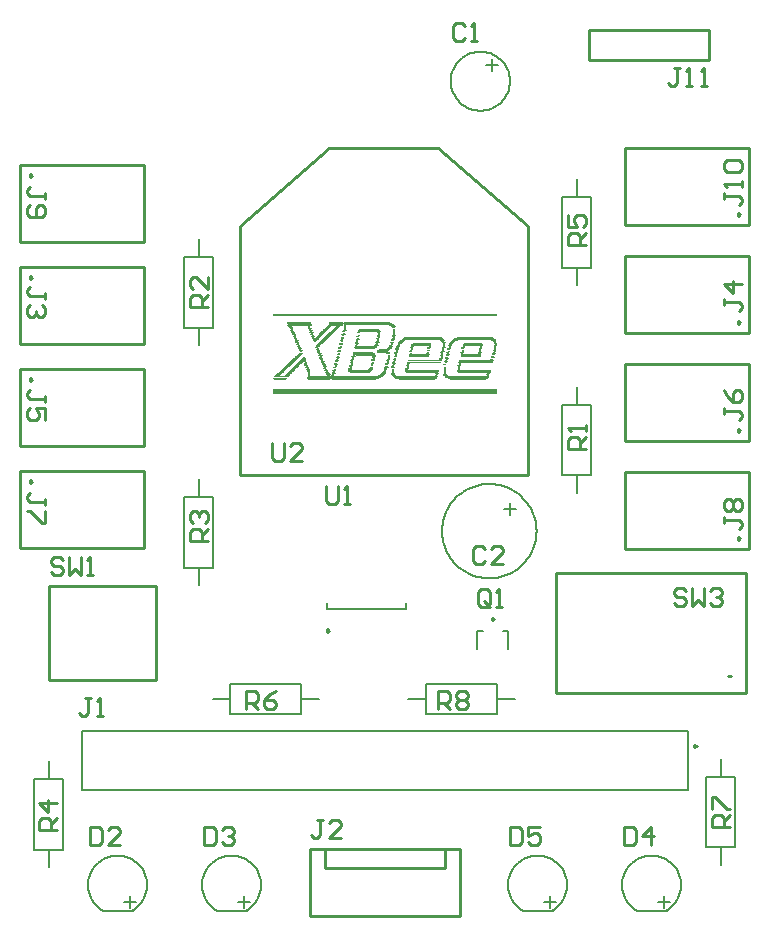
<source format=gto>
%FSLAX44Y44*%
%MOMM*%
G71*
G01*
G75*
G04 Layer_Color=65535*
%ADD10R,0.9500X1.9000*%
%ADD11R,5.5000X6.9000*%
%ADD12R,0.9000X0.9500*%
%ADD13R,0.9000X0.9500*%
%ADD14C,0.3000*%
%ADD15C,1.6000*%
%ADD16R,1.3000X1.3000*%
%ADD17C,1.3000*%
%ADD18C,1.6500*%
%ADD19R,1.6500X1.6500*%
%ADD20C,1.2000*%
%ADD21R,1.2000X1.2000*%
%ADD22C,1.5000*%
%ADD23R,1.5000X1.5000*%
%ADD24R,1.5240X1.5240*%
%ADD25C,1.5240*%
%ADD26C,2.0000*%
%ADD27R,2.0000X2.0000*%
%ADD28R,1.2000X1.2000*%
%ADD29R,1.7500X1.7500*%
%ADD30C,1.7500*%
%ADD31C,1.2700*%
%ADD32C,0.2000*%
%ADD33C,0.2500*%
%ADD34C,0.2540*%
%ADD35R,19.0754X0.3302*%
%ADD36R,18.9738X0.0254*%
%ADD37R,3.0988X0.0254*%
%ADD38R,3.7338X0.0254*%
%ADD39R,1.8034X0.0254*%
%ADD40R,0.9398X0.0254*%
%ADD41R,3.4036X0.0254*%
%ADD42R,3.3782X0.0254*%
%ADD43R,5.9182X0.0254*%
%ADD44R,1.1684X0.0254*%
%ADD45R,3.4544X0.0254*%
%ADD46R,5.9944X0.0254*%
%ADD47R,1.2192X0.0254*%
%ADD48R,3.4544X0.0508*%
%ADD49R,3.4798X0.0254*%
%ADD50R,6.0198X0.0254*%
%ADD51R,3.5814X0.0254*%
%ADD52R,6.1468X0.0254*%
%ADD53R,3.6068X0.0508*%
%ADD54R,3.6068X0.0254*%
%ADD55R,6.1722X0.0254*%
%ADD56R,3.6830X0.0254*%
%ADD57R,3.6322X0.0254*%
%ADD58R,6.1976X0.0254*%
%ADD59R,1.2446X0.1016*%
%ADD60R,3.7084X0.0254*%
%ADD61R,6.2484X0.0254*%
%ADD62R,3.7592X0.0254*%
%ADD63R,6.2738X0.0254*%
%ADD64R,1.2446X0.0508*%
%ADD65R,0.2286X0.0254*%
%ADD66R,0.3556X0.0254*%
%ADD67R,0.2794X0.0254*%
%ADD68R,0.4318X0.0254*%
%ADD69R,0.2540X0.0254*%
%ADD70R,0.3302X0.0254*%
%ADD71R,0.4572X0.0254*%
%ADD72R,0.2032X0.0254*%
%ADD73R,0.2032X0.0508*%
%ADD74R,0.3302X0.0508*%
%ADD75R,0.2286X0.0508*%
%ADD76R,0.2540X0.0508*%
%ADD77R,0.3810X0.0254*%
%ADD78R,0.2794X0.0508*%
%ADD79R,0.2032X0.0762*%
%ADD80R,0.3810X0.0508*%
%ADD81R,0.3048X0.0254*%
%ADD82R,0.2540X0.0762*%
%ADD83R,0.2794X0.0762*%
%ADD84R,0.2032X0.1270*%
%ADD85R,0.3048X0.0508*%
%ADD86R,2.6416X0.0254*%
%ADD87R,2.3876X0.0254*%
%ADD88R,0.2032X0.3302*%
%ADD89R,2.6670X0.0254*%
%ADD90R,2.4384X0.0254*%
%ADD91R,2.7432X0.0254*%
%ADD92R,1.6510X0.0254*%
%ADD93R,2.7686X0.0254*%
%ADD94R,1.7780X0.0254*%
%ADD95R,2.7940X0.0254*%
%ADD96R,2.8448X0.0254*%
%ADD97R,1.8796X0.0254*%
%ADD98R,2.8194X0.0508*%
%ADD99R,1.9050X0.0508*%
%ADD100R,1.9558X0.0508*%
%ADD101R,0.2286X0.0762*%
%ADD102R,0.2286X0.1270*%
%ADD103R,0.2032X0.4318*%
%ADD104R,0.2032X0.1016*%
%ADD105R,0.2286X0.5842*%
%ADD106R,2.8448X0.0508*%
%ADD107R,2.9210X0.0254*%
%ADD108R,2.8702X0.0254*%
%ADD109R,2.8956X0.0508*%
%ADD110R,0.2032X0.1524*%
%ADD111R,2.9210X0.1016*%
%ADD112R,2.8956X0.0254*%
%ADD113R,0.5334X0.0508*%
%ADD114R,2.5146X0.0254*%
%ADD115R,0.2286X0.1016*%
%ADD116R,0.4064X0.0254*%
%ADD117R,0.3556X0.0508*%
%ADD118R,0.1524X0.0254*%
%ADD119R,0.1270X0.0254*%
%ADD120R,0.0508X0.0254*%
%ADD121R,0.0254X0.0254*%
%ADD122R,1.5748X0.0254*%
%ADD123R,1.5494X0.0254*%
%ADD124R,1.6256X0.0254*%
%ADD125R,1.6510X0.0762*%
%ADD126R,1.6764X0.0254*%
%ADD127R,1.6256X0.0508*%
%ADD128R,1.6764X0.1778*%
%ADD129R,1.4478X0.0254*%
%ADD130R,0.2286X0.3810*%
%ADD131R,1.8796X0.0762*%
%ADD132R,1.8288X0.0508*%
%ADD133R,1.7018X0.0254*%
%ADD134R,0.4318X0.0508*%
%ADD135R,0.8890X0.0254*%
%ADD136R,0.2540X0.1016*%
%ADD137R,0.9144X0.0254*%
%ADD138R,0.8128X0.0254*%
%ADD139R,0.8382X0.0254*%
%ADD140R,0.8636X0.0254*%
%ADD141R,0.9652X0.0254*%
%ADD142R,0.2032X0.1778*%
%ADD143R,0.2032X0.2032*%
%ADD144R,1.5240X0.0254*%
%ADD145R,1.7526X0.0254*%
%ADD146R,1.9050X0.0254*%
%ADD147R,0.2794X0.1016*%
%ADD148R,1.9304X0.0508*%
%ADD149R,1.7018X0.0508*%
%ADD150R,1.6764X0.0762*%
%ADD151R,1.6002X0.0508*%
%ADD152R,1.4986X0.0254*%
%ADD153R,1.4732X0.0254*%
%ADD154R,1.4478X0.0508*%
%ADD155R,0.2032X0.3048*%
%ADD156R,0.4826X0.0254*%
%ADD157R,0.5588X0.0508*%
%ADD158R,3.4290X0.0254*%
%ADD159R,0.5080X0.0254*%
%ADD160R,3.3782X0.0508*%
%ADD161R,0.5334X0.0254*%
%ADD162R,3.1496X0.0254*%
%ADD163R,3.2258X0.0254*%
%ADD164R,3.1750X0.0254*%
%ADD165R,3.0226X0.0254*%
%ADD166R,2.8194X0.0254*%
%ADD167R,1.8288X0.0254*%
%ADD168R,1.8034X0.0508*%
%ADD169R,1.6002X0.0254*%
%ADD170R,0.2032X0.5334*%
%ADD171R,0.1778X0.0254*%
%ADD172R,1.9812X0.0254*%
%ADD173R,4.2418X0.0508*%
%ADD174R,4.2164X0.0254*%
%ADD175R,4.1402X0.0254*%
%ADD176R,4.1148X0.0254*%
%ADD177R,4.0132X0.0254*%
%ADD178R,1.2192X0.1270*%
%ADD179R,2.0066X0.1270*%
%ADD180R,3.9624X0.0254*%
%ADD181R,3.9116X0.0254*%
%ADD182R,1.1430X0.0254*%
%ADD183R,1.9558X0.0254*%
%ADD184R,19.0754X0.2794*%
G54D32*
X416000Y731520D02*
X415872Y734049D01*
X415488Y736553D01*
X414854Y739004D01*
X413974Y741379D01*
X412859Y743652D01*
X411519Y745802D01*
X409969Y747804D01*
X408224Y749640D01*
X406303Y751289D01*
X404224Y752736D01*
X402010Y753965D01*
X399683Y754964D01*
X397266Y755722D01*
X394786Y756232D01*
X392266Y756488D01*
X389734D01*
X387214Y756232D01*
X384734Y755722D01*
X382317Y754964D01*
X379990Y753965D01*
X377776Y752736D01*
X375697Y751289D01*
X373776Y749640D01*
X372031Y747804D01*
X370481Y745802D01*
X369141Y743652D01*
X368026Y741379D01*
X367146Y739004D01*
X366512Y736553D01*
X366128Y734049D01*
X366000Y731520D01*
X366128Y728991D01*
X366512Y726488D01*
X367146Y724036D01*
X368026Y721661D01*
X369141Y719387D01*
X370481Y717238D01*
X372031Y715236D01*
X373776Y713400D01*
X375697Y711751D01*
X377776Y710304D01*
X379990Y709075D01*
X382317Y708076D01*
X384734Y707318D01*
X387214Y706808D01*
X389734Y706552D01*
X392266D01*
X394786Y706808D01*
X397266Y707318D01*
X399683Y708076D01*
X402010Y709075D01*
X404224Y710304D01*
X406303Y711751D01*
X408224Y713400D01*
X409969Y715236D01*
X411519Y717238D01*
X412859Y719388D01*
X413974Y721661D01*
X414854Y724036D01*
X415488Y726488D01*
X415872Y728991D01*
X416000Y731520D01*
X96320Y29149D02*
X98433Y30516D01*
X100398Y32087D01*
X102195Y33849D01*
X103806Y35781D01*
X105215Y37866D01*
X106406Y40083D01*
X107369Y42407D01*
X108094Y44817D01*
X108572Y47287D01*
X108800Y49793D01*
X108774Y52309D01*
X108496Y54810D01*
X107968Y57270D01*
X107195Y59665D01*
X106186Y61970D01*
X104950Y64162D01*
X103500Y66218D01*
X101850Y68118D01*
X100018Y69843D01*
X98022Y71375D01*
X95882Y72698D01*
X93619Y73800D01*
X91258Y74668D01*
X88821Y75295D01*
X86333Y75673D01*
X83820Y75800D01*
X81307Y75673D01*
X78819Y75295D01*
X76382Y74668D01*
X74021Y73800D01*
X71759Y72698D01*
X69618Y71375D01*
X67622Y69843D01*
X65790Y68118D01*
X64141Y66218D01*
X62690Y64162D01*
X61454Y61970D01*
X60445Y59665D01*
X59672Y57270D01*
X59144Y54810D01*
X58866Y52309D01*
X58840Y49793D01*
X59068Y47288D01*
X59546Y44817D01*
X60271Y42407D01*
X61234Y40083D01*
X62425Y37867D01*
X63834Y35782D01*
X65445Y33849D01*
X67242Y32087D01*
X69207Y30516D01*
X71320Y29149D01*
X192840Y29149D02*
X194953Y30516D01*
X196918Y32087D01*
X198715Y33849D01*
X200326Y35781D01*
X201735Y37866D01*
X202926Y40083D01*
X203889Y42407D01*
X204613Y44817D01*
X205092Y47287D01*
X205320Y49793D01*
X205294Y52309D01*
X205016Y54810D01*
X204488Y57270D01*
X203715Y59665D01*
X202706Y61970D01*
X201470Y64162D01*
X200020Y66218D01*
X198370Y68118D01*
X196538Y69843D01*
X194542Y71375D01*
X192402Y72698D01*
X190139Y73800D01*
X187778Y74668D01*
X185341Y75295D01*
X182853Y75673D01*
X180340Y75800D01*
X177827Y75673D01*
X175339Y75295D01*
X172903Y74668D01*
X170541Y73800D01*
X168279Y72698D01*
X166138Y71375D01*
X164142Y69843D01*
X162310Y68118D01*
X160660Y66218D01*
X159210Y64162D01*
X157974Y61970D01*
X156965Y59665D01*
X156192Y57270D01*
X155664Y54810D01*
X155386Y52309D01*
X155360Y49793D01*
X155588Y47288D01*
X156066Y44817D01*
X156791Y42407D01*
X157754Y40083D01*
X158945Y37867D01*
X160354Y35782D01*
X161965Y33849D01*
X163762Y32087D01*
X165727Y30516D01*
X167840Y29149D01*
X548440Y29149D02*
X550553Y30516D01*
X552518Y32087D01*
X554315Y33849D01*
X555926Y35781D01*
X557335Y37866D01*
X558526Y40083D01*
X559489Y42407D01*
X560214Y44817D01*
X560692Y47287D01*
X560920Y49793D01*
X560894Y52309D01*
X560616Y54810D01*
X560088Y57270D01*
X559315Y59665D01*
X558306Y61970D01*
X557070Y64162D01*
X555620Y66218D01*
X553970Y68118D01*
X552138Y69843D01*
X550142Y71375D01*
X548002Y72698D01*
X545739Y73800D01*
X543378Y74668D01*
X540941Y75295D01*
X538453Y75673D01*
X535940Y75800D01*
X533427Y75673D01*
X530939Y75295D01*
X528503Y74668D01*
X526141Y73800D01*
X523879Y72698D01*
X521738Y71375D01*
X519742Y69843D01*
X517910Y68118D01*
X516260Y66218D01*
X514810Y64162D01*
X513574Y61970D01*
X512565Y59665D01*
X511792Y57270D01*
X511264Y54810D01*
X510986Y52309D01*
X510960Y49793D01*
X511188Y47288D01*
X511666Y44817D01*
X512391Y42407D01*
X513354Y40083D01*
X514545Y37867D01*
X515954Y35782D01*
X517565Y33849D01*
X519362Y32087D01*
X521327Y30516D01*
X523440Y29149D01*
X451920Y29149D02*
X454033Y30516D01*
X455998Y32087D01*
X457795Y33849D01*
X459406Y35781D01*
X460815Y37866D01*
X462006Y40083D01*
X462969Y42407D01*
X463694Y44817D01*
X464172Y47287D01*
X464400Y49793D01*
X464374Y52309D01*
X464096Y54810D01*
X463568Y57270D01*
X462795Y59665D01*
X461786Y61970D01*
X460550Y64162D01*
X459100Y66218D01*
X457450Y68118D01*
X455618Y69843D01*
X453622Y71375D01*
X451482Y72698D01*
X449219Y73800D01*
X446858Y74668D01*
X444421Y75295D01*
X441933Y75673D01*
X439420Y75800D01*
X436907Y75673D01*
X434419Y75295D01*
X431982Y74668D01*
X429621Y73800D01*
X427359Y72698D01*
X425218Y71375D01*
X423222Y69843D01*
X421390Y68118D01*
X419740Y66218D01*
X418290Y64162D01*
X417054Y61970D01*
X416045Y59665D01*
X415272Y57270D01*
X414744Y54810D01*
X414466Y52309D01*
X414440Y49793D01*
X414668Y47288D01*
X415146Y44817D01*
X415871Y42407D01*
X416834Y40083D01*
X418025Y37867D01*
X419434Y35782D01*
X421045Y33849D01*
X422842Y32087D01*
X424807Y30516D01*
X426920Y29149D01*
X438500Y350520D02*
X438419Y353057D01*
X438178Y355584D01*
X437777Y358090D01*
X437218Y360566D01*
X436503Y363001D01*
X435635Y365387D01*
X434617Y367712D01*
X433454Y369968D01*
X432150Y372146D01*
X430711Y374236D01*
X429142Y376231D01*
X427449Y378123D01*
X425640Y379904D01*
X423722Y381566D01*
X421702Y383103D01*
X419589Y384509D01*
X417391Y385778D01*
X415117Y386905D01*
X412775Y387886D01*
X410377Y388716D01*
X407930Y389393D01*
X405446Y389912D01*
X402934Y390274D01*
X400403Y390475D01*
X397865Y390515D01*
X395330Y390394D01*
X392807Y390113D01*
X390308Y389672D01*
X387841Y389074D01*
X385417Y388320D01*
X383046Y387414D01*
X380737Y386360D01*
X378500Y385161D01*
X376343Y383823D01*
X374276Y382351D01*
X372306Y380750D01*
X370441Y379028D01*
X368689Y377191D01*
X367058Y375246D01*
X365553Y373202D01*
X364181Y371067D01*
X362947Y368849D01*
X361856Y366557D01*
X360912Y364201D01*
X360120Y361789D01*
X359483Y359332D01*
X359002Y356840D01*
X358681Y354322D01*
X358520Y351789D01*
Y349251D01*
X358681Y346718D01*
X359002Y344200D01*
X359483Y341708D01*
X360120Y339251D01*
X360912Y336839D01*
X361856Y334483D01*
X362947Y332191D01*
X364181Y329973D01*
X365553Y327838D01*
X367058Y325794D01*
X368689Y323849D01*
X370441Y322012D01*
X372306Y320290D01*
X374276Y318689D01*
X376343Y317217D01*
X378500Y315879D01*
X380737Y314680D01*
X383046Y313626D01*
X385417Y312720D01*
X387841Y311966D01*
X390308Y311368D01*
X392807Y310927D01*
X395330Y310646D01*
X397865Y310525D01*
X400403Y310565D01*
X402934Y310767D01*
X405446Y311128D01*
X407930Y311647D01*
X410377Y312324D01*
X412775Y313154D01*
X415117Y314135D01*
X417391Y315262D01*
X419589Y316531D01*
X421702Y317937D01*
X423722Y319474D01*
X425640Y321136D01*
X427449Y322917D01*
X429142Y324808D01*
X430711Y326804D01*
X432150Y328894D01*
X433454Y331072D01*
X434617Y333328D01*
X435635Y335653D01*
X436503Y338038D01*
X437218Y340474D01*
X437777Y342950D01*
X438178Y345456D01*
X438419Y347983D01*
X438500Y350520D01*
X606860Y82720D02*
Y142720D01*
X581860Y82720D02*
Y142720D01*
X594360Y67720D02*
Y82720D01*
Y142720D02*
Y157720D01*
X581860Y82720D02*
X606860D01*
X581860Y142720D02*
X606860D01*
X459940Y573560D02*
Y633560D01*
X484940Y573560D02*
Y633560D01*
X472440D02*
Y648560D01*
Y558560D02*
Y573560D01*
X459940Y633560D02*
X484940D01*
X459940Y573560D02*
X484940D01*
Y397680D02*
Y457680D01*
X459940Y397680D02*
Y457680D01*
X472440Y382680D02*
Y397680D01*
Y457680D02*
Y472680D01*
X459940Y397680D02*
X484940D01*
X459940Y457680D02*
X484940D01*
X139900Y522760D02*
Y582760D01*
X164900Y522760D02*
Y582760D01*
X152400D02*
Y597760D01*
Y507760D02*
Y522760D01*
X139900Y582760D02*
X164900D01*
X139900Y522760D02*
X164900D01*
X139900Y319560D02*
Y379560D01*
X164900Y319560D02*
Y379560D01*
X152400D02*
Y394560D01*
Y304560D02*
Y319560D01*
X139900Y379560D02*
X164900D01*
X139900Y319560D02*
X164900D01*
X12900Y80800D02*
Y140800D01*
X37900Y80800D02*
Y140800D01*
X25400D02*
Y155800D01*
Y65800D02*
Y80800D01*
X12900Y140800D02*
X37900D01*
X12900Y80800D02*
X37900D01*
X179240Y195780D02*
X239240D01*
X179240Y220780D02*
X239240D01*
X164240Y208280D02*
X179240D01*
X239240D02*
X254240D01*
X179240Y195780D02*
Y220780D01*
X239240Y195780D02*
Y220780D01*
X344960D02*
X404960D01*
X344960Y195780D02*
X404960D01*
Y208280D02*
X419960D01*
X329960D02*
X344960D01*
X404960Y195780D02*
Y220780D01*
X344960Y195780D02*
Y220780D01*
X400400Y740440D02*
Y750600D01*
X395320Y745520D02*
X405480D01*
X261140Y284880D02*
Y289880D01*
Y284880D02*
X328140D01*
Y289880D01*
X409820Y265750D02*
X414320D01*
X388320D02*
X392820D01*
X414320Y251000D02*
Y265750D01*
X388320Y251000D02*
Y265750D01*
X53500Y131000D02*
Y181000D01*
Y131000D02*
X566500D01*
Y181000D01*
X53500D02*
X566500D01*
X93980Y31750D02*
Y41910D01*
X88900Y36830D02*
X99060D01*
X71120Y29210D02*
X96520D01*
X190500Y31750D02*
Y41910D01*
X185420Y36830D02*
X195580D01*
X167640Y29210D02*
X193040D01*
X546100Y31750D02*
Y41910D01*
X541020Y36830D02*
X551180D01*
X523240Y29210D02*
X548640D01*
X449580Y31750D02*
Y41910D01*
X444500Y36830D02*
X454660D01*
X426720Y29210D02*
X452120D01*
X416000Y364440D02*
Y374600D01*
X410920Y369520D02*
X421080D01*
G54D33*
X262840Y266380D02*
X260965Y267463D01*
Y265298D01*
X262840Y266380D01*
X402570Y276000D02*
X400695Y277083D01*
Y274918D01*
X402570Y276000D01*
X574120Y168700D02*
X572245Y169783D01*
Y167617D01*
X574120Y168700D01*
G54D34*
X602840Y228160D02*
X600840D01*
X602840D01*
X11454Y564974D02*
X9333Y566199D01*
Y563750D01*
X11454Y564974D01*
Y478614D02*
X9333Y479839D01*
Y477389D01*
X11454Y478614D01*
Y392254D02*
X9333Y393479D01*
Y391030D01*
X11454Y392254D01*
X611134Y618666D02*
X609013Y619891D01*
Y617441D01*
X611134Y618666D01*
Y527226D02*
X609013Y528451D01*
Y526001D01*
X611134Y527226D01*
Y435786D02*
X609013Y437010D01*
Y434561D01*
X611134Y435786D01*
Y344346D02*
X609013Y345570D01*
Y343121D01*
X611134Y344346D01*
X11454Y651334D02*
X9333Y652559D01*
Y650109D01*
X11454Y651334D01*
X116120Y224160D02*
Y304160D01*
X26120Y224160D02*
Y304160D01*
Y224160D02*
X116120D01*
X26120Y304160D02*
X116120D01*
X360800Y65000D02*
Y81800D01*
X259200Y65000D02*
Y81800D01*
X373500Y24600D02*
Y81800D01*
X246500Y24600D02*
Y81800D01*
X259200Y65000D02*
X360800D01*
X246500Y24600D02*
X373500D01*
X246500Y81800D02*
X373500D01*
X615940Y213610D02*
Y314710D01*
X455340Y213610D02*
X615940D01*
X455340Y314710D02*
X615940D01*
X455340Y213610D02*
Y314710D01*
X187238Y398477D02*
X431038D01*
X263138Y674577D02*
X355138D01*
X187238Y398477D02*
Y609277D01*
X431038Y398477D02*
Y609277D01*
X187238D02*
X263138Y674577D01*
X355138D02*
X431038Y609277D01*
X1040Y508860D02*
Y573860D01*
X106040D01*
X1040Y508860D02*
X106040D01*
Y573860D01*
X1040Y422500D02*
Y487500D01*
X106040D01*
X1040Y422500D02*
X106040D01*
Y487500D01*
X1040Y336140D02*
Y401140D01*
X106040D01*
X1040Y336140D02*
X106040D01*
Y401140D01*
X618720Y609780D02*
Y674780D01*
X513720Y609780D02*
X618720D01*
X513720Y674780D02*
X618720D01*
X513720Y609780D02*
Y674780D01*
X618720Y518340D02*
Y583340D01*
X513720Y518340D02*
X618720D01*
X513720Y583340D02*
X618720D01*
X513720Y518340D02*
Y583340D01*
X618720Y426900D02*
Y491900D01*
X513720Y426900D02*
X618720D01*
X513720Y491900D02*
X618720D01*
X513720Y426900D02*
Y491900D01*
X618720Y335460D02*
Y400460D01*
X513720Y335460D02*
X618720D01*
X513720Y400460D02*
X618720D01*
X513720Y335460D02*
Y400460D01*
X482600Y749300D02*
X584200D01*
X482600Y774700D02*
X584200D01*
X482600Y749300D02*
Y774700D01*
X584200Y749300D02*
Y774700D01*
X1040Y595220D02*
Y660220D01*
X106040D01*
X1040Y595220D02*
X106040D01*
Y660220D01*
X602500Y100000D02*
X587265D01*
Y107618D01*
X589804Y110157D01*
X594883D01*
X597422Y107618D01*
Y100000D01*
Y105078D02*
X602500Y110157D01*
X587265Y115235D02*
Y125392D01*
X589804D01*
X599961Y115235D01*
X602500D01*
X480000Y592500D02*
X464765D01*
Y600117D01*
X467304Y602657D01*
X472383D01*
X474922Y600117D01*
Y592500D01*
Y597578D02*
X480000Y602657D01*
X464765Y617892D02*
Y607735D01*
X472383D01*
X469843Y612813D01*
Y615353D01*
X472383Y617892D01*
X477461D01*
X480000Y615353D01*
Y610274D01*
X477461Y607735D01*
X480000Y420000D02*
X464765D01*
Y427617D01*
X467304Y430157D01*
X472383D01*
X474922Y427617D01*
Y420000D01*
Y425078D02*
X480000Y430157D01*
Y435235D02*
Y440313D01*
Y437774D01*
X464765D01*
X467304Y435235D01*
X160000Y540000D02*
X144765D01*
Y547617D01*
X147304Y550157D01*
X152382D01*
X154922Y547617D01*
Y540000D01*
Y545078D02*
X160000Y550157D01*
Y565392D02*
Y555235D01*
X149843Y565392D01*
X147304D01*
X144765Y562853D01*
Y557774D01*
X147304Y555235D01*
X160000Y342500D02*
X144765D01*
Y350117D01*
X147304Y352657D01*
X152382D01*
X154922Y350117D01*
Y342500D01*
Y347578D02*
X160000Y352657D01*
X147304Y357735D02*
X144765Y360274D01*
Y365353D01*
X147304Y367892D01*
X149843D01*
X152382Y365353D01*
Y362813D01*
Y365353D01*
X154922Y367892D01*
X157461D01*
X160000Y365353D01*
Y360274D01*
X157461Y357735D01*
X32500Y97500D02*
X17265D01*
Y105118D01*
X19804Y107657D01*
X24883D01*
X27422Y105118D01*
Y97500D01*
Y102578D02*
X32500Y107657D01*
Y120353D02*
X17265D01*
X24883Y112735D01*
Y122892D01*
X192500Y200000D02*
Y215235D01*
X200117D01*
X202657Y212696D01*
Y207617D01*
X200117Y205078D01*
X192500D01*
X197578D02*
X202657Y200000D01*
X217892Y215235D02*
X212813Y212696D01*
X207735Y207617D01*
Y202539D01*
X210274Y200000D01*
X215353D01*
X217892Y202539D01*
Y205078D01*
X215353Y207617D01*
X207735D01*
X355000Y200000D02*
Y215235D01*
X362617D01*
X365157Y212696D01*
Y207617D01*
X362617Y205078D01*
X355000D01*
X360078D02*
X365157Y200000D01*
X370235Y212696D02*
X372774Y215235D01*
X377853D01*
X380392Y212696D01*
Y210157D01*
X377853Y207617D01*
X380392Y205078D01*
Y202539D01*
X377853Y200000D01*
X372774D01*
X370235Y202539D01*
Y205078D01*
X372774Y207617D01*
X370235Y210157D01*
Y212696D01*
X372774Y207617D02*
X377853D01*
X377822Y777871D02*
X375283Y780410D01*
X370204D01*
X367665Y777871D01*
Y767714D01*
X370204Y765175D01*
X375283D01*
X377822Y767714D01*
X382900Y765175D02*
X387978D01*
X385439D01*
Y780410D01*
X382900Y777871D01*
X395157Y335196D02*
X392617Y337735D01*
X387539D01*
X385000Y335196D01*
Y325039D01*
X387539Y322500D01*
X392617D01*
X395157Y325039D01*
X410392Y322500D02*
X400235D01*
X410392Y332657D01*
Y335196D01*
X407853Y337735D01*
X402774D01*
X400235Y335196D01*
X60325Y99690D02*
Y84455D01*
X67943D01*
X70482Y86994D01*
Y97151D01*
X67943Y99690D01*
X60325D01*
X85717Y84455D02*
X75560D01*
X85717Y94612D01*
Y97151D01*
X83178Y99690D01*
X78099D01*
X75560Y97151D01*
X156845Y99690D02*
Y84455D01*
X164463D01*
X167002Y86994D01*
Y97151D01*
X164463Y99690D01*
X156845D01*
X172080Y97151D02*
X174619Y99690D01*
X179698D01*
X182237Y97151D01*
Y94612D01*
X179698Y92072D01*
X177158D01*
X179698D01*
X182237Y89533D01*
Y86994D01*
X179698Y84455D01*
X174619D01*
X172080Y86994D01*
X512445Y99690D02*
Y84455D01*
X520062D01*
X522602Y86994D01*
Y97151D01*
X520062Y99690D01*
X512445D01*
X535298Y84455D02*
Y99690D01*
X527680Y92072D01*
X537837D01*
X415925Y99690D02*
Y84455D01*
X423543D01*
X426082Y86994D01*
Y97151D01*
X423543Y99690D01*
X415925D01*
X441317D02*
X431160D01*
Y92072D01*
X436238Y94612D01*
X438778D01*
X441317Y92072D01*
Y86994D01*
X438778Y84455D01*
X433699D01*
X431160Y86994D01*
X60989Y209077D02*
X55910D01*
X58450D01*
Y196381D01*
X55910Y193842D01*
X53371D01*
X50832Y196381D01*
X66067Y193842D02*
X71145D01*
X68606D01*
Y209077D01*
X66067Y206538D01*
X257839Y105953D02*
X252760D01*
X255299D01*
Y93257D01*
X252760Y90718D01*
X250221D01*
X247682Y93257D01*
X273074Y90718D02*
X262917D01*
X273074Y100875D01*
Y103414D01*
X270535Y105953D01*
X265456D01*
X262917Y103414D01*
X22735Y546783D02*
Y551862D01*
Y549323D01*
X10039D01*
X7500Y551862D01*
Y554401D01*
X10039Y556940D01*
X20196Y541705D02*
X22735Y539166D01*
Y534087D01*
X20196Y531548D01*
X17657D01*
X15117Y534087D01*
Y536627D01*
Y534087D01*
X12578Y531548D01*
X10039D01*
X7500Y534087D01*
Y539166D01*
X10039Y541705D01*
X597265Y547257D02*
Y542178D01*
Y544717D01*
X609961D01*
X612500Y542178D01*
Y539639D01*
X609961Y537100D01*
X612500Y559953D02*
X597265D01*
X604883Y552335D01*
Y562492D01*
X22735Y459523D02*
Y464602D01*
Y462062D01*
X10039D01*
X7500Y464602D01*
Y467141D01*
X10039Y469680D01*
X22735Y444288D02*
Y454445D01*
X15117D01*
X17657Y449367D01*
Y446827D01*
X15117Y444288D01*
X10039D01*
X7500Y446827D01*
Y451906D01*
X10039Y454445D01*
X597265Y454917D02*
Y449838D01*
Y452378D01*
X609961D01*
X612500Y449838D01*
Y447299D01*
X609961Y444760D01*
X597265Y470152D02*
X599804Y465073D01*
X604883Y459995D01*
X609961D01*
X612500Y462534D01*
Y467613D01*
X609961Y470152D01*
X607422D01*
X604883Y467613D01*
Y459995D01*
X22735Y372343D02*
Y377422D01*
Y374883D01*
X10039D01*
X7500Y377422D01*
Y379961D01*
X10039Y382500D01*
X22735Y367265D02*
Y357108D01*
X20196D01*
X10039Y367265D01*
X7500D01*
X597265Y362657D02*
Y357578D01*
Y360117D01*
X609961D01*
X612500Y357578D01*
Y355039D01*
X609961Y352500D01*
X599804Y367735D02*
X597265Y370274D01*
Y375353D01*
X599804Y377892D01*
X602343D01*
X604883Y375353D01*
X607422Y377892D01*
X609961D01*
X612500Y375353D01*
Y370274D01*
X609961Y367735D01*
X607422D01*
X604883Y370274D01*
X602343Y367735D01*
X599804D01*
X604883Y370274D02*
Y375353D01*
X597265Y637097D02*
Y632018D01*
Y634557D01*
X609961D01*
X612500Y632018D01*
Y629479D01*
X609961Y626940D01*
X612500Y642175D02*
Y647253D01*
Y644714D01*
X597265D01*
X599804Y642175D01*
Y654871D02*
X597265Y657410D01*
Y662488D01*
X599804Y665028D01*
X609961D01*
X612500Y662488D01*
Y657410D01*
X609961Y654871D01*
X599804D01*
X398904Y288670D02*
Y298827D01*
X396365Y301366D01*
X391286D01*
X388747Y298827D01*
Y288670D01*
X391286Y286131D01*
X396365D01*
X393825Y291209D02*
X398904Y286131D01*
X396365D02*
X398904Y288670D01*
X403982Y286131D02*
X409060D01*
X406521D01*
Y301366D01*
X403982Y298827D01*
X37462Y325751D02*
X34922Y328290D01*
X29844D01*
X27305Y325751D01*
Y323212D01*
X29844Y320672D01*
X34922D01*
X37462Y318133D01*
Y315594D01*
X34922Y313055D01*
X29844D01*
X27305Y315594D01*
X42540Y328290D02*
Y313055D01*
X47618Y318133D01*
X52697Y313055D01*
Y328290D01*
X57775Y313055D02*
X62853D01*
X60314D01*
Y328290D01*
X57775Y325751D01*
X565157Y300096D02*
X562617Y302635D01*
X557539D01*
X555000Y300096D01*
Y297557D01*
X557539Y295018D01*
X562617D01*
X565157Y292478D01*
Y289939D01*
X562617Y287400D01*
X557539D01*
X555000Y289939D01*
X570235Y302635D02*
Y287400D01*
X575313Y292478D01*
X580392Y287400D01*
Y302635D01*
X585470Y300096D02*
X588009Y302635D01*
X593088D01*
X595627Y300096D01*
Y297557D01*
X593088Y295018D01*
X590549D01*
X593088D01*
X595627Y292478D01*
Y289939D01*
X593088Y287400D01*
X588009D01*
X585470Y289939D01*
X260128Y388655D02*
Y375959D01*
X262667Y373420D01*
X267745D01*
X270285Y375959D01*
Y388655D01*
X275363Y373420D02*
X280441D01*
X277902D01*
Y388655D01*
X275363Y386116D01*
X214880Y425075D02*
Y412379D01*
X217419Y409840D01*
X222498D01*
X225037Y412379D01*
Y425075D01*
X240272Y409840D02*
X230115D01*
X240272Y419997D01*
Y422536D01*
X237733Y425075D01*
X232654D01*
X230115Y422536D01*
X560157Y742735D02*
X555078D01*
X557617D01*
Y730039D01*
X555078Y727500D01*
X552539D01*
X550000Y730039D01*
X565235Y727500D02*
X570313D01*
X567774D01*
Y742735D01*
X565235Y740196D01*
X577931Y727500D02*
X583009D01*
X580470D01*
Y742735D01*
X577931Y740196D01*
X22735Y631543D02*
Y636622D01*
Y634082D01*
X10039D01*
X7500Y636622D01*
Y639161D01*
X10039Y641700D01*
Y626465D02*
X7500Y623926D01*
Y618847D01*
X10039Y616308D01*
X20196D01*
X22735Y618847D01*
Y623926D01*
X20196Y626465D01*
X17657D01*
X15117Y623926D01*
Y616308D01*
G54D35*
X310515Y468249D02*
D03*
G54D36*
Y470027D02*
D03*
G54D37*
X380746Y478917D02*
D03*
X337566D02*
D03*
X386080Y513715D02*
D03*
X342392Y513969D02*
D03*
G54D38*
X283845Y478917D02*
D03*
X379603Y480695D02*
D03*
X335915Y480949D02*
D03*
G54D39*
X254635Y478917D02*
D03*
X288417Y485267D02*
D03*
X293497Y505587D02*
D03*
G54D40*
X221107Y478917D02*
D03*
X308737Y501777D02*
D03*
Y503047D02*
D03*
G54D41*
X380492Y479171D02*
D03*
X342138Y513207D02*
D03*
G54D42*
X336931Y479171D02*
D03*
G54D43*
X274701D02*
D03*
G54D44*
X221234D02*
D03*
X268986Y526161D02*
D03*
G54D45*
X336804Y479425D02*
D03*
G54D46*
X274574D02*
D03*
G54D47*
X221234D02*
D03*
X268478Y524637D02*
D03*
G54D48*
X380238Y479552D02*
D03*
G54D49*
X336677Y479679D02*
D03*
X342265Y512699D02*
D03*
G54D50*
X274701Y479679D02*
D03*
G54D51*
X336169Y479933D02*
D03*
G54D52*
X275336D02*
D03*
G54D53*
X379730Y480060D02*
D03*
G54D54*
X336042Y480187D02*
D03*
G54D55*
X275463D02*
D03*
G54D56*
X379857Y480441D02*
D03*
G54D57*
X336169D02*
D03*
G54D58*
X275590D02*
D03*
G54D59*
X221361Y480060D02*
D03*
G54D60*
X335788Y480695D02*
D03*
G54D61*
X276098D02*
D03*
G54D62*
X379476Y480949D02*
D03*
G54D63*
X276225D02*
D03*
G54D64*
X221869Y480822D02*
D03*
G54D65*
X397129Y481203D02*
D03*
X263017Y481711D02*
D03*
X397383Y481965D02*
D03*
X397891Y483235D02*
D03*
X360807D02*
D03*
X266573D02*
D03*
X398145Y483743D02*
D03*
X354457Y483997D02*
D03*
X267081Y484505D02*
D03*
X245999D02*
D03*
X310261Y485521D02*
D03*
X267335D02*
D03*
X245745D02*
D03*
X260731Y485775D02*
D03*
X245491Y486029D02*
D03*
X310515Y486283D02*
D03*
X245237Y486537D02*
D03*
X310515Y486791D02*
D03*
X260223D02*
D03*
X310769Y487045D02*
D03*
X280543D02*
D03*
X281051Y487807D02*
D03*
X311023Y488061D02*
D03*
X244729D02*
D03*
X311277Y488315D02*
D03*
X298831D02*
D03*
X268097D02*
D03*
X259715Y488569D02*
D03*
X299085Y489077D02*
D03*
X259461D02*
D03*
X281305Y489331D02*
D03*
X268351D02*
D03*
X244221D02*
D03*
X361061Y490855D02*
D03*
X329819Y491109D02*
D03*
X258699D02*
D03*
X243459D02*
D03*
X299593Y491363D02*
D03*
X361315Y491617D02*
D03*
X243205Y491871D02*
D03*
X269113Y492125D02*
D03*
X258191D02*
D03*
X373507Y492379D02*
D03*
X299847D02*
D03*
X257937Y492887D02*
D03*
X242951D02*
D03*
X282321Y493141D02*
D03*
X242443Y493903D02*
D03*
X312801Y494157D02*
D03*
X362077Y494411D02*
D03*
X318389Y494665D02*
D03*
X257175D02*
D03*
X313055Y495173D02*
D03*
X401193Y495427D02*
D03*
X318643Y495681D02*
D03*
X256921D02*
D03*
X318897Y495935D02*
D03*
X283083D02*
D03*
X256667Y496189D02*
D03*
X318897Y496443D02*
D03*
X241427D02*
D03*
X362839Y497205D02*
D03*
X300863D02*
D03*
X256159Y497459D02*
D03*
X319151Y497713D02*
D03*
X255905Y498221D02*
D03*
X358267Y498475D02*
D03*
X301371D02*
D03*
X319405Y498729D02*
D03*
X358521Y499237D02*
D03*
X255397D02*
D03*
X270891Y499491D02*
D03*
X375539Y499999D02*
D03*
X346583Y500253D02*
D03*
X390271Y500507D02*
D03*
X271145D02*
D03*
X363855Y501269D02*
D03*
X254635D02*
D03*
X320167Y501777D02*
D03*
X254381D02*
D03*
X239395Y502031D02*
D03*
X402971Y502285D02*
D03*
X364109D02*
D03*
X359283Y502793D02*
D03*
X332613D02*
D03*
X403225Y503301D02*
D03*
X347345D02*
D03*
X271907D02*
D03*
X376301Y504571D02*
D03*
X253365D02*
D03*
X238379D02*
D03*
X320929Y504825D02*
D03*
X253111Y505079D02*
D03*
X333121Y505333D02*
D03*
X321183D02*
D03*
X237871Y505587D02*
D03*
X272669Y506095D02*
D03*
X237617D02*
D03*
X403479Y506349D02*
D03*
X403733Y506857D02*
D03*
X391795D02*
D03*
X321945Y507111D02*
D03*
X315595D02*
D03*
X322199Y507873D02*
D03*
X316103D02*
D03*
X236855D02*
D03*
X316103Y508381D02*
D03*
X236601Y508889D02*
D03*
X366395Y509143D02*
D03*
X316357D02*
D03*
X236347Y509397D02*
D03*
X403479Y509905D02*
D03*
Y510413D02*
D03*
X273685Y510667D02*
D03*
X251079Y511175D02*
D03*
X273939Y511683D02*
D03*
X304419Y512445D02*
D03*
X317373Y512953D02*
D03*
X234823D02*
D03*
X304673Y513207D02*
D03*
X274701Y514477D02*
D03*
X287655Y514731D02*
D03*
X233807Y515493D02*
D03*
X287909Y515747D02*
D03*
X248793Y516255D02*
D03*
X233553D02*
D03*
X248539Y517017D02*
D03*
X275463Y517271D02*
D03*
X232791Y518033D02*
D03*
X247777Y518795D02*
D03*
X247523Y519557D02*
D03*
X246761Y521081D02*
D03*
X246253Y522351D02*
D03*
X230759D02*
D03*
X229489Y524129D02*
D03*
G54D66*
X362458Y481203D02*
D03*
X319024D02*
D03*
X218440Y481457D02*
D03*
X318262Y481711D02*
D03*
X219456Y482219D02*
D03*
X220218Y482727D02*
D03*
X220472Y483235D02*
D03*
X354076Y486283D02*
D03*
X238506Y499999D02*
D03*
X325120Y511429D02*
D03*
X402590Y511683D02*
D03*
X325374D02*
D03*
X402082Y511937D02*
D03*
X325882D02*
D03*
X251206D02*
D03*
X357886Y512191D02*
D03*
X260604Y521081D02*
D03*
X260858Y521589D02*
D03*
X261366Y521843D02*
D03*
X261620Y522351D02*
D03*
X272034Y524383D02*
D03*
G54D67*
X353441Y481203D02*
D03*
X266065D02*
D03*
X226949D02*
D03*
X262509Y482473D02*
D03*
X317119Y483235D02*
D03*
X262001D02*
D03*
X229235Y483743D02*
D03*
X309499Y483997D02*
D03*
X229743Y484251D02*
D03*
X222123Y484505D02*
D03*
X224155Y486283D02*
D03*
X260477Y486537D02*
D03*
X232029D02*
D03*
X297561Y486791D02*
D03*
X280797D02*
D03*
X245237D02*
D03*
X232537Y487045D02*
D03*
X298069Y487299D02*
D03*
X224917D02*
D03*
X317119Y489077D02*
D03*
X234823Y489331D02*
D03*
X259207Y489585D02*
D03*
X235331Y489839D02*
D03*
X281559Y490093D02*
D03*
X268859Y491363D02*
D03*
X237617Y492125D02*
D03*
X230505Y492379D02*
D03*
X238125Y492633D02*
D03*
X361823Y493649D02*
D03*
X257683D02*
D03*
X239649Y493903D02*
D03*
X400939Y494665D02*
D03*
X300355Y494919D02*
D03*
X357759Y495935D02*
D03*
X241681D02*
D03*
X256413Y496697D02*
D03*
X270383Y497205D02*
D03*
X401701Y497459D02*
D03*
X236093Y497713D02*
D03*
X283591Y497967D02*
D03*
X255651Y498729D02*
D03*
X363347Y499491D02*
D03*
X312801Y500507D02*
D03*
X254889Y500761D02*
D03*
X239395D02*
D03*
X390525Y501015D02*
D03*
X319913D02*
D03*
X271653Y502539D02*
D03*
X238125Y505079D02*
D03*
X347853Y505333D02*
D03*
X314325D02*
D03*
X314833Y505841D02*
D03*
X253365Y506857D02*
D03*
X303149Y507619D02*
D03*
X273177Y508381D02*
D03*
X366141Y508635D02*
D03*
X322707Y508889D02*
D03*
X255651Y509143D02*
D03*
X323215Y509651D02*
D03*
X303911Y510159D02*
D03*
X367411Y510413D02*
D03*
X323723D02*
D03*
X324231Y510667D02*
D03*
X359029Y511429D02*
D03*
X358521Y511937D02*
D03*
X235331D02*
D03*
X317119Y512191D02*
D03*
X287147Y512445D02*
D03*
X253365Y513969D02*
D03*
X254127Y514731D02*
D03*
X262001Y515239D02*
D03*
X233299Y516763D02*
D03*
X264033Y517271D02*
D03*
X256921Y517525D02*
D03*
X264795Y518033D02*
D03*
X257683Y518287D02*
D03*
X248031D02*
D03*
X232537Y518541D02*
D03*
X257937Y518795D02*
D03*
X275971Y519811D02*
D03*
X259207Y520065D02*
D03*
X267335Y520319D02*
D03*
X268097Y521081D02*
D03*
X268859Y521843D02*
D03*
X317881Y523113D02*
D03*
X262509D02*
D03*
X317373Y523367D02*
D03*
X229997D02*
D03*
X229743Y523875D02*
D03*
G54D68*
X305689Y481203D02*
D03*
X306451Y481711D02*
D03*
X369189Y511683D02*
D03*
X369697Y511937D02*
D03*
X401701Y512191D02*
D03*
X316357Y524129D02*
D03*
X316103Y524383D02*
D03*
G54D69*
X263144Y481203D02*
D03*
X227076Y481457D02*
D03*
X227330Y481711D02*
D03*
X361442Y481965D02*
D03*
X262890D02*
D03*
X262636Y482219D02*
D03*
X317500Y482473D02*
D03*
X317246Y482727D02*
D03*
X397764Y482981D02*
D03*
X360934D02*
D03*
X316992D02*
D03*
X266700Y483489D02*
D03*
X354330Y483743D02*
D03*
X398272Y483997D02*
D03*
X266954Y484251D02*
D03*
X261366D02*
D03*
X372618Y486283D02*
D03*
X267716D02*
D03*
X297942Y487045D02*
D03*
X328930Y487299D02*
D03*
X280670D02*
D03*
X280924Y487553D02*
D03*
X329184Y488061D02*
D03*
X298450D02*
D03*
X244602Y488315D02*
D03*
X311404Y488569D02*
D03*
X316992Y488823D02*
D03*
X244348Y489077D02*
D03*
X311658Y489331D02*
D03*
X259334D02*
D03*
X281686Y490347D02*
D03*
X243586Y490855D02*
D03*
X268732Y491109D02*
D03*
X312166Y491617D02*
D03*
X317754Y491871D02*
D03*
X258318D02*
D03*
X318008Y492633D02*
D03*
X361696Y493395D02*
D03*
X269494Y493903D02*
D03*
X300228Y494665D02*
D03*
X269748D02*
D03*
X282702Y494919D02*
D03*
X300482Y495173D02*
D03*
X362458Y496189D02*
D03*
X357886D02*
D03*
X241554D02*
D03*
X256540Y496443D02*
D03*
X362712Y496951D02*
D03*
X270256D02*
D03*
X401574Y497205D02*
D03*
X300990Y497459D02*
D03*
X270510D02*
D03*
X401828Y497713D02*
D03*
X283464D02*
D03*
X301244Y498221D02*
D03*
X283718D02*
D03*
X255778Y498475D02*
D03*
X255524Y498983D02*
D03*
X363474Y499745D02*
D03*
X402336Y499999D02*
D03*
X346710Y500507D02*
D03*
X390398Y500761D02*
D03*
X319786D02*
D03*
X254762Y501015D02*
D03*
X390652Y501269D02*
D03*
X375666D02*
D03*
X358902Y501523D02*
D03*
X271526Y502285D02*
D03*
X239014Y503047D02*
D03*
X320548Y503809D02*
D03*
X253746D02*
D03*
X364490Y504063D02*
D03*
X320802Y504571D02*
D03*
X391414Y504825D02*
D03*
X376428D02*
D03*
X238252D02*
D03*
X347726Y505079D02*
D03*
X272288D02*
D03*
X252984Y505333D02*
D03*
X237998D02*
D03*
X347980Y505587D02*
D03*
X272542Y505841D02*
D03*
X321564Y506349D02*
D03*
X302768Y507111D02*
D03*
X303022Y507365D02*
D03*
X365506Y507619D02*
D03*
X303276Y507873D02*
D03*
X273050Y508127D02*
D03*
X366014Y508381D02*
D03*
X322580Y508635D02*
D03*
X273304D02*
D03*
X366268Y508889D02*
D03*
X286258D02*
D03*
X322834Y509143D02*
D03*
X323088Y509397D02*
D03*
X286512Y509651D02*
D03*
X236220D02*
D03*
X303784Y509905D02*
D03*
X359664Y510413D02*
D03*
X304038D02*
D03*
X235966D02*
D03*
X359156Y511175D02*
D03*
X358902Y511683D02*
D03*
X316992Y511937D02*
D03*
X287020Y512191D02*
D03*
X287274Y512699D02*
D03*
X274320Y513461D02*
D03*
X249428Y514731D02*
D03*
X234188D02*
D03*
X317754Y514985D02*
D03*
X305054D02*
D03*
X318008Y515747D02*
D03*
X275082Y516255D02*
D03*
X233426Y516509D02*
D03*
X275336Y517017D02*
D03*
X288290Y518033D02*
D03*
X248158D02*
D03*
X232664Y518287D02*
D03*
X247904Y518541D02*
D03*
X232410Y518795D02*
D03*
X247396Y519811D02*
D03*
X276098Y520065D02*
D03*
X246634Y521335D02*
D03*
X231394Y521589D02*
D03*
X246380Y522097D02*
D03*
X230378Y523113D02*
D03*
X229870Y523621D02*
D03*
X263398Y524383D02*
D03*
G54D70*
X218059Y481203D02*
D03*
X318389Y481457D02*
D03*
X262255Y482981D02*
D03*
X220345D02*
D03*
X221107Y483489D02*
D03*
X222631Y484759D02*
D03*
X223393Y485521D02*
D03*
X223647Y486029D02*
D03*
X354203Y486537D02*
D03*
X224409Y486791D02*
D03*
X225933Y488061D02*
D03*
X226441Y488315D02*
D03*
X226695Y488823D02*
D03*
X227965Y490093D02*
D03*
X229489Y491363D02*
D03*
X230759Y492633D02*
D03*
X231521Y493395D02*
D03*
X231775Y493649D02*
D03*
X232283Y493903D02*
D03*
X233807Y495681D02*
D03*
X234315Y495935D02*
D03*
X235585Y497205D02*
D03*
X236347Y497967D02*
D03*
X300609Y498983D02*
D03*
X238379Y499745D02*
D03*
X239141Y500507D02*
D03*
X312547Y500761D02*
D03*
X254635Y508127D02*
D03*
X256667Y509905D02*
D03*
X256921Y510413D02*
D03*
X257429Y510667D02*
D03*
X402717Y511429D02*
D03*
X258191D02*
D03*
X258953Y512445D02*
D03*
X259461Y512699D02*
D03*
X259715Y513207D02*
D03*
X260223Y513461D02*
D03*
X253873Y514477D02*
D03*
X255397Y516001D02*
D03*
X263525Y516763D02*
D03*
X264287Y517525D02*
D03*
X258699Y519557D02*
D03*
X260731Y521335D02*
D03*
X261493Y522097D02*
D03*
X269875Y522859D02*
D03*
G54D71*
X306324Y481457D02*
D03*
X241046Y494665D02*
D03*
X251460Y512699D02*
D03*
G54D72*
X263144Y481457D02*
D03*
X398018Y483489D02*
D03*
X261620Y483997D02*
D03*
X309880Y484759D02*
D03*
X260858Y485521D02*
D03*
X245618Y485775D02*
D03*
X245364Y486283D02*
D03*
X310388Y486537D02*
D03*
X259588Y488823D02*
D03*
X244094Y489585D02*
D03*
X299466Y491109D02*
D03*
X330200Y492379D02*
D03*
X257302Y494411D02*
D03*
X357378Y494665D02*
D03*
X256794Y495935D02*
D03*
X318770Y496189D02*
D03*
X313436D02*
D03*
X390398Y500253D02*
D03*
X375412D02*
D03*
X254508Y501523D02*
D03*
X239268Y502285D02*
D03*
X254000Y502793D02*
D03*
X403352Y503555D02*
D03*
X238506Y504317D02*
D03*
X403606Y504571D02*
D03*
X253238Y504825D02*
D03*
X321056Y505079D02*
D03*
X237744Y505841D02*
D03*
X403352Y506095D02*
D03*
X376936Y506349D02*
D03*
X333502D02*
D03*
X403606Y506603D02*
D03*
X237236Y507111D02*
D03*
X315976Y508127D02*
D03*
X236474Y509143D02*
D03*
X403606Y510159D02*
D03*
X234950Y512699D02*
D03*
X249682Y513969D02*
D03*
X234442D02*
D03*
X248920Y516001D02*
D03*
X248412Y517271D02*
D03*
X232156Y519557D02*
D03*
X231648Y520573D02*
D03*
X246380Y524383D02*
D03*
X229362D02*
D03*
G54D73*
X397256Y481584D02*
D03*
X360680Y483616D02*
D03*
X354584Y484378D02*
D03*
X310388Y485902D02*
D03*
X328676Y486918D02*
D03*
X244856Y487680D02*
D03*
X243332Y491490D02*
D03*
X329946Y491998D02*
D03*
X258064Y492506D02*
D03*
X282448Y493522D02*
D03*
X256032Y497840D02*
D03*
X283972Y499110D02*
D03*
X348234Y506730D02*
D03*
X316230Y508762D02*
D03*
X250952Y510794D02*
D03*
X233680Y515874D02*
D03*
X232918Y517652D02*
D03*
X247650Y519176D02*
D03*
G54D74*
X362077Y481584D02*
D03*
X308483Y482854D02*
D03*
X227203Y489204D02*
D03*
X228727Y490728D02*
D03*
X233045Y494792D02*
D03*
X313309Y504444D02*
D03*
X253873Y507492D02*
D03*
X367919Y510794D02*
D03*
X251079Y511556D02*
D03*
X262255Y522732D02*
D03*
G54D75*
X353695Y481584D02*
D03*
X353949Y482854D02*
D03*
X316865Y483616D02*
D03*
X260985Y485140D02*
D03*
X328803Y486410D02*
D03*
X329311Y488442D02*
D03*
X316865D02*
D03*
X311785Y489712D02*
D03*
X317373Y489966D02*
D03*
X243967D02*
D03*
X329565Y490220D02*
D03*
X373253Y490728D02*
D03*
X281813D02*
D03*
X268605D02*
D03*
X312039Y491236D02*
D03*
X330073Y491490D02*
D03*
X317627D02*
D03*
X282067Y491998D02*
D03*
X361569Y493014D02*
D03*
X318135D02*
D03*
X269367Y493522D02*
D03*
X257429Y494030D02*
D03*
X300101Y494284D02*
D03*
X357505Y495046D02*
D03*
X269875D02*
D03*
X300609Y495554D02*
D03*
X362331Y495808D02*
D03*
X270129Y496570D02*
D03*
X401447Y496824D02*
D03*
X283337Y497332D02*
D03*
X401955Y498094D02*
D03*
X363093Y498602D02*
D03*
X283845D02*
D03*
X402209Y499618D02*
D03*
X363601Y500126D02*
D03*
X319659Y500380D02*
D03*
X358775Y501142D02*
D03*
X390779Y501650D02*
D03*
X332359Y501904D02*
D03*
X271399D02*
D03*
X376047Y502158D02*
D03*
X239141Y502666D02*
D03*
X320421Y503428D02*
D03*
X364363Y503682D02*
D03*
X391033Y503936D02*
D03*
X238633D02*
D03*
X359537Y504698D02*
D03*
X347599D02*
D03*
X272161D02*
D03*
X364871Y504952D02*
D03*
X376809Y505968D02*
D03*
X377063Y506730D02*
D03*
X365125D02*
D03*
X333629D02*
D03*
X321691D02*
D03*
X315341D02*
D03*
X237109Y507492D02*
D03*
X272923Y507746D02*
D03*
X403987Y508000D02*
D03*
X365887D02*
D03*
X322453Y508254D02*
D03*
X303403D02*
D03*
X286131Y508508D02*
D03*
X360045Y509524D02*
D03*
X303657D02*
D03*
X316611Y510032D02*
D03*
X286639D02*
D03*
X359283Y510794D02*
D03*
X304165D02*
D03*
X316865Y511556D02*
D03*
X286893Y511810D02*
D03*
X235077Y512318D02*
D03*
X249809Y513588D02*
D03*
X249555Y514350D02*
D03*
X234315D02*
D03*
X317627Y514604D02*
D03*
X249047Y515620D02*
D03*
X274955Y515874D02*
D03*
X305435Y516128D02*
D03*
X248285Y517652D02*
D03*
X232283Y519176D02*
D03*
X247015Y520700D02*
D03*
X318135Y522224D02*
D03*
X263271Y524002D02*
D03*
G54D76*
X266192Y481584D02*
D03*
X317754Y482092D02*
D03*
X261874Y483616D02*
D03*
X309626Y484378D02*
D03*
X310134Y485140D02*
D03*
X267462Y485902D02*
D03*
X260604Y486156D02*
D03*
X245110Y487172D02*
D03*
X298958Y488696D02*
D03*
X317246Y489458D02*
D03*
X281432Y489712D02*
D03*
X259080Y489966D02*
D03*
X329692Y490728D02*
D03*
X361188Y491236D02*
D03*
X268986Y491744D02*
D03*
X257810Y493268D02*
D03*
X361950Y494030D02*
D03*
X401066Y495046D02*
D03*
X357632Y495554D02*
D03*
X256286Y497078D02*
D03*
X358394Y498856D02*
D03*
X363220Y499110D02*
D03*
X255016Y500380D02*
D03*
X320040Y501396D02*
D03*
X375920Y501650D02*
D03*
X359156Y502412D02*
D03*
X332486D02*
D03*
X271780Y502920D02*
D03*
X253492Y504190D02*
D03*
X391160Y504444D02*
D03*
X364744D02*
D03*
X322072Y507492D02*
D03*
X315722D02*
D03*
X366776Y509524D02*
D03*
X316484D02*
D03*
X235458Y511556D02*
D03*
X317246Y512572D02*
D03*
X304546Y512826D02*
D03*
X233934Y515112D02*
D03*
X248666Y516636D02*
D03*
X233172Y517144D02*
D03*
X305308Y518414D02*
D03*
X288544D02*
D03*
X275844Y519430D02*
D03*
X231140Y521970D02*
D03*
X318008Y522732D02*
D03*
X262890Y523494D02*
D03*
G54D77*
X218567Y481711D02*
D03*
X307213Y481965D02*
D03*
X219329D02*
D03*
X219583Y482473D02*
D03*
X241173Y495173D02*
D03*
X251333Y512191D02*
D03*
X357759Y512445D02*
D03*
G54D78*
X227711Y482092D02*
D03*
X228473Y482854D02*
D03*
X354203Y483362D02*
D03*
X266827Y483870D02*
D03*
X261239Y484632D02*
D03*
X230505Y484886D02*
D03*
X231267Y485648D02*
D03*
X329057Y487680D02*
D03*
X298323D02*
D03*
X233299D02*
D03*
X234061Y488442D02*
D03*
X244475Y488696D02*
D03*
X311531Y488950D02*
D03*
X243713Y490474D02*
D03*
X236093D02*
D03*
X236855Y491236D02*
D03*
X258445Y491490D02*
D03*
X312293Y491998D02*
D03*
X317881Y492252D02*
D03*
X238887Y493268D02*
D03*
X269621Y494284D02*
D03*
X362585Y496570D02*
D03*
X301117Y497840D02*
D03*
X402463Y500380D02*
D03*
X359029Y501904D02*
D03*
X238887Y503428D02*
D03*
X320675Y504190D02*
D03*
X359791Y505206D02*
D03*
X272415Y505460D02*
D03*
X315087Y506222D02*
D03*
X365379Y507238D02*
D03*
X286385Y509270D02*
D03*
X359791Y510032D02*
D03*
X323469D02*
D03*
X236093D02*
D03*
X249301Y515112D02*
D03*
X317881Y515366D02*
D03*
X255651Y516382D02*
D03*
X275209Y516636D02*
D03*
X256413Y517144D02*
D03*
X257175Y517906D02*
D03*
X258445Y519176D02*
D03*
X266827Y519938D02*
D03*
X247269Y520192D02*
D03*
X267589Y520700D02*
D03*
X268351Y521462D02*
D03*
X246507Y521716D02*
D03*
X230505Y522732D02*
D03*
G54D79*
X353822Y482219D02*
D03*
X267208Y485013D02*
D03*
X260096Y487299D02*
D03*
X258826Y490601D02*
D03*
X281940Y491363D02*
D03*
X255270Y499745D02*
D03*
X363728Y500761D02*
D03*
X402844Y501777D02*
D03*
X303530Y508889D02*
D03*
X403606Y509397D02*
D03*
X235712Y510921D02*
D03*
X274066Y512191D02*
D03*
X304800Y513715D02*
D03*
G54D80*
X307467Y482346D02*
D03*
X397891Y486410D02*
D03*
G54D81*
X227838Y482473D02*
D03*
X262382Y482727D02*
D03*
X308610Y483235D02*
D03*
X228600D02*
D03*
X229108Y483489D02*
D03*
X221234Y483743D02*
D03*
X229616Y483997D02*
D03*
X221488D02*
D03*
X221996Y484251D02*
D03*
X229870Y484505D02*
D03*
X230632Y485267D02*
D03*
X223520Y485775D02*
D03*
X231394Y486029D02*
D03*
X231902Y486283D02*
D03*
X224282Y486537D02*
D03*
X232410Y486791D02*
D03*
X224790Y487045D02*
D03*
X232664Y487299D02*
D03*
X225552Y487553D02*
D03*
X225806Y487807D02*
D03*
X233426Y488061D02*
D03*
X226568Y488569D02*
D03*
X234188Y488823D02*
D03*
X234696Y489077D02*
D03*
X235204Y489585D02*
D03*
X227584D02*
D03*
X227838Y489839D02*
D03*
X235458Y490093D02*
D03*
X228600Y490347D02*
D03*
X236220Y490855D02*
D03*
X229362Y491109D02*
D03*
X236982Y491617D02*
D03*
X229616D02*
D03*
X237490Y491871D02*
D03*
X237998Y492379D02*
D03*
X238252Y492887D02*
D03*
X230886D02*
D03*
X231394Y493141D02*
D03*
X239014Y493649D02*
D03*
X233426Y495173D02*
D03*
X233680Y495427D02*
D03*
X235204Y496697D02*
D03*
X235458Y496951D02*
D03*
X235966Y497459D02*
D03*
X300990Y498729D02*
D03*
X237236D02*
D03*
X238252Y499491D02*
D03*
X312928Y500253D02*
D03*
X239014D02*
D03*
X313436Y504825D02*
D03*
X314198Y505079D02*
D03*
X314452Y505587D02*
D03*
X253238Y506603D02*
D03*
X253746Y507111D02*
D03*
X254508Y507873D02*
D03*
X254762Y508381D02*
D03*
X367030Y509905D02*
D03*
X367284Y510159D02*
D03*
X256794D02*
D03*
X324358Y510921D02*
D03*
X257556D02*
D03*
X368300Y511175D02*
D03*
X324612D02*
D03*
X257810D02*
D03*
X258318Y511683D02*
D03*
X258572Y511937D02*
D03*
X258826Y512191D02*
D03*
X259588Y512953D02*
D03*
X252984Y513461D02*
D03*
X260350Y513715D02*
D03*
X253238D02*
D03*
X260604Y513969D02*
D03*
X253746Y514223D02*
D03*
X261366Y514731D02*
D03*
X261874Y514985D02*
D03*
X262382Y515493D02*
D03*
X255016D02*
D03*
X255270Y515747D02*
D03*
X263144Y516255D02*
D03*
X263398Y516509D02*
D03*
X256032Y516763D02*
D03*
X263906Y517017D02*
D03*
X264668Y517779D02*
D03*
X265176Y518287D02*
D03*
X257810Y518541D02*
D03*
X265938Y519049D02*
D03*
X266192Y519303D02*
D03*
X266446Y519557D02*
D03*
X259080Y519811D02*
D03*
X259334Y520319D02*
D03*
X268986Y522097D02*
D03*
X269240Y522351D02*
D03*
X269748Y522605D02*
D03*
X270256Y523113D02*
D03*
X317246Y523621D02*
D03*
G54D82*
X397510Y482473D02*
D03*
X245872Y485013D02*
D03*
X310896Y487553D02*
D03*
X259842Y488061D02*
D03*
X268224Y488823D02*
D03*
X373126Y490093D02*
D03*
X299720Y491871D02*
D03*
X243078Y492379D02*
D03*
X282194Y492633D02*
D03*
X312928Y494665D02*
D03*
X318516Y495173D02*
D03*
X257048D02*
D03*
X282956Y495427D02*
D03*
X319278Y498221D02*
D03*
X271018Y499999D02*
D03*
X363982Y501777D02*
D03*
X254254Y502285D02*
D03*
X403098Y502793D02*
D03*
X347218D02*
D03*
X333248Y505841D02*
D03*
X321310D02*
D03*
X237490Y506603D02*
D03*
X403860Y507365D02*
D03*
X236728Y508381D02*
D03*
X403860Y508635D02*
D03*
X403098Y510921D02*
D03*
X273812Y511175D02*
D03*
X234696Y513461D02*
D03*
X274574Y513969D02*
D03*
X287782Y515239D02*
D03*
X305308Y515493D02*
D03*
X231902Y520065D02*
D03*
G54D83*
X361061Y482473D02*
D03*
X376555Y505333D02*
D03*
G54D84*
X266446Y482473D02*
D03*
X372618Y488315D02*
D03*
X281178Y488569D02*
D03*
X329438Y489331D02*
D03*
X373380Y491617D02*
D03*
X318262Y493903D02*
D03*
X300736Y496443D02*
D03*
X358140Y497713D02*
D03*
X319532Y499491D02*
D03*
X320294Y502539D02*
D03*
X332994Y504571D02*
D03*
X364998Y505841D02*
D03*
X272796Y506857D02*
D03*
X286004Y507619D02*
D03*
X286766Y510921D02*
D03*
X304292Y511683D02*
D03*
X317500Y513715D02*
D03*
G54D85*
X309118Y483616D02*
D03*
X222758Y485140D02*
D03*
X230124Y491998D02*
D03*
X232410Y494284D02*
D03*
X234442Y496316D02*
D03*
X236728Y498348D02*
D03*
X237490Y499110D02*
D03*
X255270Y508762D02*
D03*
X256032Y509524D02*
D03*
X261112Y514350D02*
D03*
X254508Y515112D02*
D03*
X262636Y515874D02*
D03*
X265430Y518668D02*
D03*
X259842Y520700D02*
D03*
G54D86*
X386334Y484251D02*
D03*
G54D87*
X341122D02*
D03*
G54D88*
X246126Y482727D02*
D03*
G54D89*
X386207Y484505D02*
D03*
G54D90*
X341122D02*
D03*
G54D91*
X385826Y484759D02*
D03*
X341884D02*
D03*
G54D92*
X288671D02*
D03*
X339217Y499745D02*
D03*
X339471Y499999D02*
D03*
X384429Y507619D02*
D03*
G54D93*
X385699Y485013D02*
D03*
X342011D02*
D03*
G54D94*
X288544D02*
D03*
X293370Y505333D02*
D03*
G54D95*
X385826Y485267D02*
D03*
X342138D02*
D03*
X386080Y514477D02*
D03*
G54D96*
X341884Y485521D02*
D03*
X385572Y486029D02*
D03*
X342392Y514223D02*
D03*
G54D97*
X288798Y485521D02*
D03*
X293878Y505841D02*
D03*
X297180Y519303D02*
D03*
G54D98*
X385699Y485648D02*
D03*
X341757Y485902D02*
D03*
X343281Y492760D02*
D03*
G54D99*
X288925Y485902D02*
D03*
X297053Y518922D02*
D03*
G54D100*
X289179Y486410D02*
D03*
G54D101*
X267843Y486791D02*
D03*
X372745Y489331D02*
D03*
X299339Y490601D02*
D03*
X312547Y492633D02*
D03*
X242697Y493395D02*
D03*
X313309Y495681D02*
D03*
X358013Y496697D02*
D03*
X270637Y497967D02*
D03*
X375539Y500761D02*
D03*
X402717Y501015D02*
D03*
X346837D02*
D03*
X253873Y503301D02*
D03*
X403479Y504063D02*
D03*
X391541Y505333D02*
D03*
X360045Y505841D02*
D03*
X348107Y506095D02*
D03*
X273431Y509143D02*
D03*
X274193Y512953D02*
D03*
X287401Y513207D02*
D03*
X304927Y514477D02*
D03*
X318135Y516255D02*
D03*
X275717Y518795D02*
D03*
X231521Y521081D02*
D03*
G54D102*
X372491Y487045D02*
D03*
X403479Y505333D02*
D03*
X276225Y520827D02*
D03*
G54D103*
X316738Y486029D02*
D03*
G54D104*
X267970Y487680D02*
D03*
X299212Y489712D02*
D03*
X268478Y489966D02*
D03*
X360934Y490220D02*
D03*
X311912Y490474D02*
D03*
X317500Y490728D02*
D03*
X361442Y492252D02*
D03*
X269240Y492760D02*
D03*
X312674Y493522D02*
D03*
X362204Y495046D02*
D03*
X270002Y495808D02*
D03*
X401320Y496062D02*
D03*
X283210Y496570D02*
D03*
X319024Y497078D02*
D03*
X362966Y497840D02*
D03*
X402082Y498856D02*
D03*
X270764D02*
D03*
X271272Y501142D02*
D03*
X346964Y501904D02*
D03*
X364236Y502920D02*
D03*
X347472Y503936D02*
D03*
X272034D02*
D03*
X391668Y506222D02*
D03*
X273558Y510032D02*
D03*
X316738Y510794D02*
D03*
X287528Y514096D02*
D03*
X274828Y515112D02*
D03*
X288036Y516382D02*
D03*
X275590Y517906D02*
D03*
G54D105*
X360807Y486791D02*
D03*
G54D106*
X386588Y492760D02*
D03*
G54D107*
X386969Y493141D02*
D03*
X387223Y493395D02*
D03*
G54D108*
X343535Y493141D02*
D03*
X387477Y494157D02*
D03*
X344043Y494411D02*
D03*
G54D109*
X387350Y493776D02*
D03*
G54D110*
X299974Y493268D02*
D03*
X358648Y500126D02*
D03*
X332232Y500888D02*
D03*
X359410Y503682D02*
D03*
X246126Y523240D02*
D03*
G54D111*
X343789Y493776D02*
D03*
G54D112*
X387604Y494411D02*
D03*
G54D113*
X240919Y494284D02*
D03*
G54D114*
X386715Y494665D02*
D03*
X343281D02*
D03*
G54D115*
X282575Y494284D02*
D03*
X332867Y503428D02*
D03*
X288163Y517398D02*
D03*
G54D116*
X241046Y494919D02*
D03*
X369062Y511429D02*
D03*
X401574Y512445D02*
D03*
X251460D02*
D03*
X316484Y523875D02*
D03*
X271526D02*
D03*
X271780Y524129D02*
D03*
G54D117*
X241300Y495554D02*
D03*
X270764Y523494D02*
D03*
G54D118*
X241554Y496697D02*
D03*
G54D119*
X241681Y496951D02*
D03*
G54D120*
X241554Y497205D02*
D03*
X389636Y497713D02*
D03*
G54D121*
X376047D02*
D03*
X345567D02*
D03*
G54D122*
X382524Y497967D02*
D03*
G54D123*
X338963D02*
D03*
X340995Y508381D02*
D03*
G54D124*
X339090Y498221D02*
D03*
X384556Y507873D02*
D03*
X296672Y520573D02*
D03*
G54D125*
X338963Y498729D02*
D03*
G54D126*
X293878Y499237D02*
D03*
G54D127*
X339090Y499364D02*
D03*
X291846Y501142D02*
D03*
X341122Y508000D02*
D03*
G54D128*
X382778Y498983D02*
D03*
G54D129*
X384175Y499999D02*
D03*
G54D130*
X313309Y498221D02*
D03*
G54D131*
X292354Y499745D02*
D03*
G54D132*
X292100Y500380D02*
D03*
G54D133*
X291719Y500761D02*
D03*
X296545Y520319D02*
D03*
G54D134*
X312039Y501142D02*
D03*
G54D135*
X308991Y501523D02*
D03*
X309499Y503555D02*
D03*
G54D136*
X239522Y501396D02*
D03*
G54D137*
X308610Y502031D02*
D03*
G54D138*
X308102Y502285D02*
D03*
X310134Y503809D02*
D03*
G54D139*
X308229Y502539D02*
D03*
X310261Y504063D02*
D03*
G54D140*
X308356Y502793D02*
D03*
G54D141*
X308864Y503301D02*
D03*
G54D142*
X390906Y502793D02*
D03*
X305562Y517271D02*
D03*
G54D143*
X376174Y503428D02*
D03*
G54D144*
X293116Y504825D02*
D03*
G54D145*
X293497Y505079D02*
D03*
G54D146*
X294005Y506095D02*
D03*
X294259Y506857D02*
D03*
G54D147*
X252857Y505968D02*
D03*
G54D148*
X294132Y506476D02*
D03*
G54D149*
X384429Y507238D02*
D03*
G54D150*
X340868Y507365D02*
D03*
G54D151*
X384683Y508254D02*
D03*
G54D152*
X384937Y508635D02*
D03*
G54D153*
X384810Y508889D02*
D03*
G54D154*
X341249Y508762D02*
D03*
G54D155*
X360172Y507746D02*
D03*
X276352Y522986D02*
D03*
G54D156*
X370205Y512191D02*
D03*
X370459Y512445D02*
D03*
G54D157*
X326898Y512318D02*
D03*
G54D158*
X385953Y512699D02*
D03*
X342265Y512953D02*
D03*
G54D159*
X251460D02*
D03*
G54D160*
X385953Y513080D02*
D03*
G54D161*
X251333Y513207D02*
D03*
G54D162*
X386080Y513461D02*
D03*
G54D163*
X342265D02*
D03*
G54D164*
Y513715D02*
D03*
G54D165*
X386207Y513969D02*
D03*
G54D166*
X385953Y514223D02*
D03*
X342519Y514477D02*
D03*
G54D167*
X296926Y519557D02*
D03*
G54D168*
X296799Y519938D02*
D03*
G54D169*
Y520827D02*
D03*
G54D170*
X318262Y519303D02*
D03*
G54D171*
X246253Y524129D02*
D03*
G54D172*
X237744Y524637D02*
D03*
Y526161D02*
D03*
G54D173*
X296545Y524764D02*
D03*
G54D174*
X296418Y525145D02*
D03*
G54D175*
X296037Y525399D02*
D03*
G54D176*
X295910Y525653D02*
D03*
G54D177*
X295402Y525907D02*
D03*
G54D178*
X268732Y525399D02*
D03*
G54D179*
X237871D02*
D03*
G54D180*
X295148Y526161D02*
D03*
G54D181*
Y526415D02*
D03*
G54D182*
X268859D02*
D03*
G54D183*
X237617D02*
D03*
G54D184*
X310515Y533527D02*
D03*
M02*

</source>
